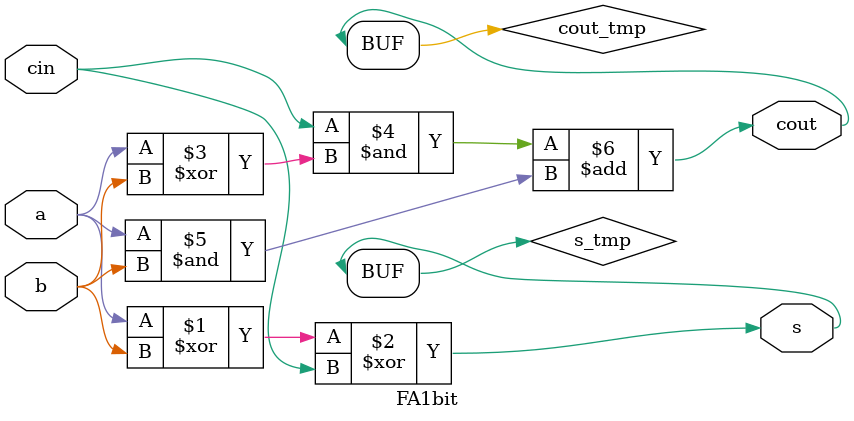
<source format=v>
module FA1bit
(
    a,
    b,
    cin,
    s,
    cout
);

(* verime = "FA1_ina" *)
input a;
(* verime = "FA1_inb" *)
input b;
input cin;
output s;
output cout;


wire s_tmp;
assign s_tmp = a ^ b ^ cin;

wire cout_tmp;
assign cout_tmp = (cin & (a ^ b)) + (a & b);

// Generate out
assign s = s_tmp;
assign cout = cout_tmp;

endmodule

</source>
